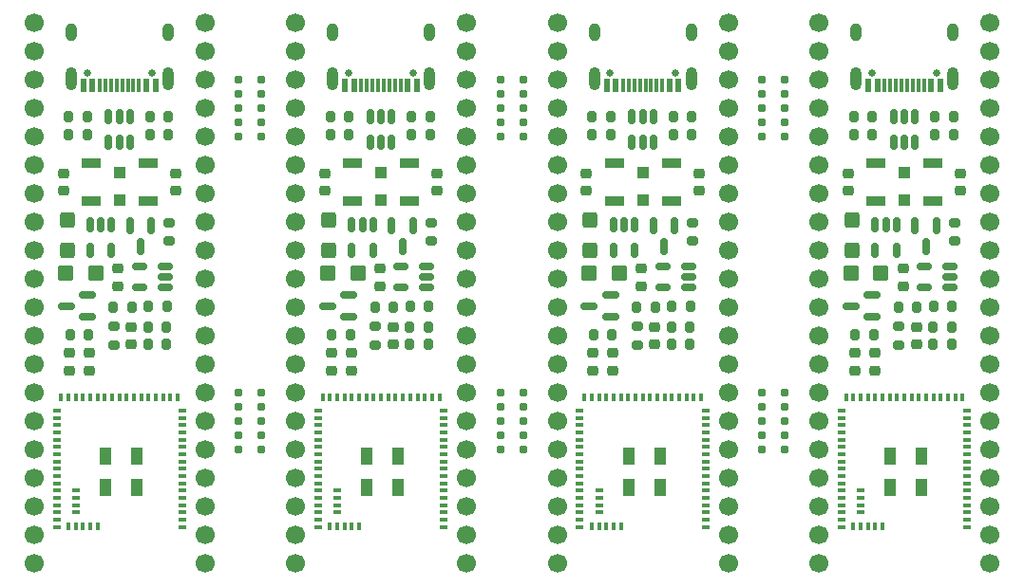
<source format=gbr>
G04 #@! TF.GenerationSoftware,KiCad,Pcbnew,(6.0.6)*
G04 #@! TF.CreationDate,2022-08-01T11:49:19+07:00*
G04 #@! TF.ProjectId,nRFpill,6e524670-696c-46c2-9e6b-696361645f70,rev?*
G04 #@! TF.SameCoordinates,Original*
G04 #@! TF.FileFunction,Soldermask,Top*
G04 #@! TF.FilePolarity,Negative*
%FSLAX46Y46*%
G04 Gerber Fmt 4.6, Leading zero omitted, Abs format (unit mm)*
G04 Created by KiCad (PCBNEW (6.0.6)) date 2022-08-01 11:49:19*
%MOMM*%
%LPD*%
G01*
G04 APERTURE LIST*
G04 Aperture macros list*
%AMRoundRect*
0 Rectangle with rounded corners*
0 $1 Rounding radius*
0 $2 $3 $4 $5 $6 $7 $8 $9 X,Y pos of 4 corners*
0 Add a 4 corners polygon primitive as box body*
4,1,4,$2,$3,$4,$5,$6,$7,$8,$9,$2,$3,0*
0 Add four circle primitives for the rounded corners*
1,1,$1+$1,$2,$3*
1,1,$1+$1,$4,$5*
1,1,$1+$1,$6,$7*
1,1,$1+$1,$8,$9*
0 Add four rect primitives between the rounded corners*
20,1,$1+$1,$2,$3,$4,$5,0*
20,1,$1+$1,$4,$5,$6,$7,0*
20,1,$1+$1,$6,$7,$8,$9,0*
20,1,$1+$1,$8,$9,$2,$3,0*%
G04 Aperture macros list end*
%ADD10C,0.787400*%
%ADD11RoundRect,0.200000X-0.200000X-0.275000X0.200000X-0.275000X0.200000X0.275000X-0.200000X0.275000X0*%
%ADD12RoundRect,0.150000X0.150000X-0.512500X0.150000X0.512500X-0.150000X0.512500X-0.150000X-0.512500X0*%
%ADD13RoundRect,0.225000X-0.250000X0.225000X-0.250000X-0.225000X0.250000X-0.225000X0.250000X0.225000X0*%
%ADD14RoundRect,0.200000X0.200000X0.275000X-0.200000X0.275000X-0.200000X-0.275000X0.200000X-0.275000X0*%
%ADD15RoundRect,0.225000X0.250000X-0.225000X0.250000X0.225000X-0.250000X0.225000X-0.250000X-0.225000X0*%
%ADD16R,1.700000X0.900000*%
%ADD17RoundRect,0.150000X-0.150000X0.587500X-0.150000X-0.587500X0.150000X-0.587500X0.150000X0.587500X0*%
%ADD18R,0.800000X0.350000*%
%ADD19R,0.350000X0.800000*%
%ADD20R,1.000000X1.500000*%
%ADD21C,1.700000*%
%ADD22RoundRect,0.200000X-0.275000X0.200000X-0.275000X-0.200000X0.275000X-0.200000X0.275000X0.200000X0*%
%ADD23RoundRect,0.218750X-0.256250X0.218750X-0.256250X-0.218750X0.256250X-0.218750X0.256250X0.218750X0*%
%ADD24RoundRect,0.150000X0.587500X0.150000X-0.587500X0.150000X-0.587500X-0.150000X0.587500X-0.150000X0*%
%ADD25RoundRect,0.250000X0.450000X0.425000X-0.450000X0.425000X-0.450000X-0.425000X0.450000X-0.425000X0*%
%ADD26RoundRect,0.250000X-0.425000X0.450000X-0.425000X-0.450000X0.425000X-0.450000X0.425000X0.450000X0*%
%ADD27R,1.000000X1.000000*%
%ADD28RoundRect,0.150000X0.512500X0.150000X-0.512500X0.150000X-0.512500X-0.150000X0.512500X-0.150000X0*%
%ADD29C,0.650000*%
%ADD30R,0.600000X1.160000*%
%ADD31R,0.300000X1.150000*%
%ADD32O,1.000000X1.600000*%
%ADD33O,1.000000X2.100000*%
%ADD34RoundRect,0.218750X0.256250X-0.218750X0.256250X0.218750X-0.256250X0.218750X-0.256250X-0.218750X0*%
%ADD35RoundRect,0.200000X0.275000X-0.200000X0.275000X0.200000X-0.275000X0.200000X-0.275000X-0.200000X0*%
%ADD36RoundRect,0.150000X-0.150000X0.512500X-0.150000X-0.512500X0.150000X-0.512500X0.150000X0.512500X0*%
G04 APERTURE END LIST*
D10*
X108084000Y-40005000D03*
X110116000Y-37465000D03*
X108084000Y-38735000D03*
X108084000Y-34925000D03*
X108084000Y-37465000D03*
X110116000Y-38735000D03*
X110116000Y-34925000D03*
X110116000Y-36195000D03*
X108084000Y-36195000D03*
X110116000Y-40005000D03*
X108084000Y-67945000D03*
X110116000Y-64135000D03*
X110116000Y-67945000D03*
X108084000Y-65405000D03*
X110116000Y-62865000D03*
X110116000Y-65405000D03*
X108084000Y-62865000D03*
X110116000Y-66675000D03*
X108084000Y-66675000D03*
X108084000Y-64135000D03*
X84764000Y-67945000D03*
X86796000Y-64135000D03*
X86796000Y-67945000D03*
X84764000Y-65405000D03*
X86796000Y-62865000D03*
X86796000Y-65405000D03*
X84764000Y-62865000D03*
X86796000Y-66675000D03*
X84764000Y-66675000D03*
X84764000Y-64135000D03*
X84764000Y-40005000D03*
X86796000Y-37465000D03*
X84764000Y-38735000D03*
X84764000Y-34925000D03*
X84764000Y-37465000D03*
X86796000Y-38735000D03*
X86796000Y-34925000D03*
X86796000Y-36195000D03*
X84764000Y-36195000D03*
X86796000Y-40005000D03*
X61444000Y-64135000D03*
X61444000Y-67945000D03*
X63476000Y-64135000D03*
X61444000Y-65405000D03*
X63476000Y-62865000D03*
X61444000Y-62865000D03*
X63476000Y-67945000D03*
X63476000Y-66675000D03*
X61444000Y-66675000D03*
X63476000Y-65405000D03*
X61444000Y-36195000D03*
X61444000Y-40005000D03*
X63476000Y-36195000D03*
X61444000Y-37465000D03*
X63476000Y-34925000D03*
X61444000Y-34925000D03*
X63476000Y-40005000D03*
X63476000Y-38735000D03*
X61444000Y-38735000D03*
X63476000Y-37465000D03*
D11*
X69612000Y-38227000D03*
X71262000Y-38227000D03*
D12*
X119810000Y-40507500D03*
X120760000Y-40507500D03*
X121710000Y-40507500D03*
X121710000Y-38232500D03*
X120760000Y-38232500D03*
X119810000Y-38232500D03*
D13*
X51866800Y-56984600D03*
X51866800Y-58534600D03*
D14*
X48069000Y-57658000D03*
X46419000Y-57658000D03*
D15*
X46355000Y-60871400D03*
X46355000Y-59321400D03*
D16*
X123300000Y-42343600D03*
X123300000Y-45743600D03*
X99980000Y-42343600D03*
X99980000Y-45743600D03*
D17*
X76975000Y-47957500D03*
X75075000Y-47957500D03*
X76025000Y-49832500D03*
D18*
X103040000Y-74855000D03*
X103040000Y-74205000D03*
X103040000Y-73555000D03*
X103040000Y-72905000D03*
X103040000Y-72255000D03*
X103040000Y-71605000D03*
X103040000Y-70955000D03*
X103040000Y-70305000D03*
X103040000Y-69655000D03*
X103040000Y-69005000D03*
X103040000Y-68355000D03*
X103040000Y-67705000D03*
X103040000Y-67055000D03*
X103040000Y-66405000D03*
X103040000Y-65755000D03*
X103040000Y-65105000D03*
X103040000Y-64455000D03*
D19*
X102640000Y-63255000D03*
X101990000Y-63255000D03*
X101340000Y-63255000D03*
X100690000Y-63255000D03*
X100040000Y-63255000D03*
X99390000Y-63255000D03*
X98740000Y-63255000D03*
X98090000Y-63255000D03*
X97440000Y-63255000D03*
X96790000Y-63255000D03*
X96140000Y-63255000D03*
X95490000Y-63255000D03*
X94840000Y-63255000D03*
X94190000Y-63255000D03*
X93540000Y-63255000D03*
X92890000Y-63255000D03*
X92240000Y-63255000D03*
D18*
X91840000Y-64455000D03*
X91840000Y-65105000D03*
X91840000Y-65755000D03*
X91840000Y-66405000D03*
X91840000Y-67055000D03*
X91840000Y-67705000D03*
X91840000Y-68355000D03*
X91840000Y-69005000D03*
X91840000Y-69655000D03*
X91840000Y-70305000D03*
X91840000Y-70955000D03*
X91840000Y-71605000D03*
X91840000Y-72255000D03*
X91840000Y-72905000D03*
X91840000Y-73555000D03*
X91840000Y-74205000D03*
X91840000Y-74855000D03*
D19*
X92890000Y-74755000D03*
X93540000Y-74755000D03*
X94190000Y-74755000D03*
X94840000Y-74755000D03*
X95490000Y-74755000D03*
D18*
X93540000Y-73555000D03*
X93540000Y-72905000D03*
X93540000Y-72255000D03*
X93540000Y-71605000D03*
D20*
X96190000Y-71355000D03*
X98990000Y-71355000D03*
X98990000Y-68505000D03*
X96190000Y-68505000D03*
D21*
X58420000Y-29845000D03*
X58420000Y-32385000D03*
X58420000Y-34925000D03*
X58420000Y-37465000D03*
X58420000Y-40005000D03*
X58420000Y-42545000D03*
X58420000Y-45085000D03*
X58420000Y-47625000D03*
X58420000Y-50165000D03*
X58420000Y-52705000D03*
X58420000Y-55245000D03*
X58420000Y-57785000D03*
X58420000Y-60325000D03*
X58420000Y-62865000D03*
X58420000Y-65405000D03*
X58420000Y-67945000D03*
X58420000Y-70485000D03*
X58420000Y-73025000D03*
X58420000Y-75565000D03*
X58420000Y-78105000D03*
D16*
X53340000Y-42343600D03*
X53340000Y-45743600D03*
D22*
X73637400Y-56934600D03*
X73637400Y-58584600D03*
D23*
X69116200Y-43256100D03*
X69116200Y-44831100D03*
D11*
X92932000Y-38227000D03*
X94582000Y-38227000D03*
X53404000Y-55168800D03*
X55054000Y-55168800D03*
D24*
X94567500Y-56068000D03*
X94567500Y-54168000D03*
X92692500Y-55118000D03*
D11*
X50254400Y-55194200D03*
X51904400Y-55194200D03*
X100171000Y-39852600D03*
X101821000Y-39852600D03*
D14*
X94582000Y-39852600D03*
X92932000Y-39852600D03*
D15*
X69675000Y-60871400D03*
X69675000Y-59321400D03*
D25*
X95361000Y-52197000D03*
X92661000Y-52197000D03*
D15*
X48133000Y-60871400D03*
X48133000Y-59321400D03*
D24*
X117887500Y-56068000D03*
X117887500Y-54168000D03*
X116012500Y-55118000D03*
D23*
X79123800Y-43256100D03*
X79123800Y-44831100D03*
D15*
X71453000Y-60871400D03*
X71453000Y-59321400D03*
D26*
X46126400Y-47418000D03*
X46126400Y-50118000D03*
D27*
X50800000Y-45700000D03*
X50800000Y-43200000D03*
D16*
X76660000Y-42343600D03*
X76660000Y-45743600D03*
D11*
X123491000Y-39852600D03*
X125141000Y-39852600D03*
D12*
X73170000Y-40507500D03*
X74120000Y-40507500D03*
X75070000Y-40507500D03*
X75070000Y-38232500D03*
X74120000Y-38232500D03*
X73170000Y-38232500D03*
X49850000Y-40507500D03*
X50800000Y-40507500D03*
X51750000Y-40507500D03*
X51750000Y-38232500D03*
X50800000Y-38232500D03*
X49850000Y-38232500D03*
D21*
X43180000Y-29845000D03*
X43180000Y-32385000D03*
X43180000Y-34925000D03*
X43180000Y-37465000D03*
X43180000Y-40005000D03*
X43180000Y-42545000D03*
X43180000Y-45085000D03*
X43180000Y-47625000D03*
X43180000Y-50165000D03*
X43180000Y-52705000D03*
X43180000Y-55245000D03*
X43180000Y-57785000D03*
X43180000Y-60325000D03*
X43180000Y-62865000D03*
X43180000Y-65405000D03*
X43180000Y-67945000D03*
X43180000Y-70485000D03*
X43180000Y-73025000D03*
X43180000Y-75565000D03*
X43180000Y-78105000D03*
X89820000Y-29845000D03*
X89820000Y-32385000D03*
X89820000Y-34925000D03*
X89820000Y-37465000D03*
X89820000Y-40005000D03*
X89820000Y-42545000D03*
X89820000Y-45085000D03*
X89820000Y-47625000D03*
X89820000Y-50165000D03*
X89820000Y-52705000D03*
X89820000Y-55245000D03*
X89820000Y-57785000D03*
X89820000Y-60325000D03*
X89820000Y-62865000D03*
X89820000Y-65405000D03*
X89820000Y-67945000D03*
X89820000Y-70485000D03*
X89820000Y-73025000D03*
X89820000Y-75565000D03*
X89820000Y-78105000D03*
D22*
X96957400Y-56934600D03*
X96957400Y-58584600D03*
D21*
X105060000Y-29845000D03*
X105060000Y-32385000D03*
X105060000Y-34925000D03*
X105060000Y-37465000D03*
X105060000Y-40005000D03*
X105060000Y-42545000D03*
X105060000Y-45085000D03*
X105060000Y-47625000D03*
X105060000Y-50165000D03*
X105060000Y-52705000D03*
X105060000Y-55245000D03*
X105060000Y-57785000D03*
X105060000Y-60325000D03*
X105060000Y-62865000D03*
X105060000Y-65405000D03*
X105060000Y-67945000D03*
X105060000Y-70485000D03*
X105060000Y-73025000D03*
X105060000Y-75565000D03*
X105060000Y-78105000D03*
D15*
X116315000Y-60871400D03*
X116315000Y-59321400D03*
D14*
X71262000Y-39852600D03*
X69612000Y-39852600D03*
D15*
X94773000Y-60871400D03*
X94773000Y-59321400D03*
D23*
X102443800Y-43256100D03*
X102443800Y-44831100D03*
D25*
X118681000Y-52197000D03*
X115981000Y-52197000D03*
D16*
X71580000Y-42343600D03*
X71580000Y-45743600D03*
X48260000Y-42343600D03*
X48260000Y-45743600D03*
D27*
X120760000Y-45700000D03*
X120760000Y-43200000D03*
D24*
X71247500Y-56068000D03*
X71247500Y-54168000D03*
X69372500Y-55118000D03*
D11*
X73574400Y-55194200D03*
X75224400Y-55194200D03*
D14*
X118029000Y-57658000D03*
X116379000Y-57658000D03*
D11*
X53531000Y-38227000D03*
X55181000Y-38227000D03*
X96894400Y-55194200D03*
X98544400Y-55194200D03*
X76851000Y-38227000D03*
X78501000Y-38227000D03*
D16*
X118220000Y-42343600D03*
X118220000Y-45743600D03*
D21*
X113140000Y-29845000D03*
X113140000Y-32385000D03*
X113140000Y-34925000D03*
X113140000Y-37465000D03*
X113140000Y-40005000D03*
X113140000Y-42545000D03*
X113140000Y-45085000D03*
X113140000Y-47625000D03*
X113140000Y-50165000D03*
X113140000Y-52705000D03*
X113140000Y-55245000D03*
X113140000Y-57785000D03*
X113140000Y-60325000D03*
X113140000Y-62865000D03*
X113140000Y-65405000D03*
X113140000Y-67945000D03*
X113140000Y-70485000D03*
X113140000Y-73025000D03*
X113140000Y-75565000D03*
X113140000Y-78105000D03*
D14*
X78323200Y-58547000D03*
X76673200Y-58547000D03*
D28*
X78178500Y-53462000D03*
X78178500Y-52512000D03*
X78178500Y-51562000D03*
X75903500Y-51562000D03*
X75903500Y-53462000D03*
D29*
X123650000Y-34355000D03*
X117870000Y-34355000D03*
D30*
X123960000Y-35428400D03*
X123160000Y-35428400D03*
D31*
X122010000Y-35420000D03*
X121010000Y-35420000D03*
X120510000Y-35420000D03*
X119510000Y-35420000D03*
D30*
X118360000Y-35428400D03*
X117560000Y-35428400D03*
X117560000Y-35428400D03*
X118360000Y-35428400D03*
D31*
X119010000Y-35420000D03*
X120010000Y-35420000D03*
X121510000Y-35420000D03*
X122510000Y-35420000D03*
D30*
X123160000Y-35428400D03*
X123960000Y-35428400D03*
D32*
X116440000Y-30675000D03*
D33*
X125080000Y-34855000D03*
D32*
X125080000Y-30675000D03*
D33*
X116440000Y-34855000D03*
D34*
X120633000Y-53365500D03*
X120633000Y-51790500D03*
D14*
X94709000Y-57658000D03*
X93059000Y-57658000D03*
X101643200Y-56997600D03*
X99993200Y-56997600D03*
D11*
X46292000Y-38227000D03*
X47942000Y-38227000D03*
D23*
X45796200Y-43256100D03*
X45796200Y-44831100D03*
D22*
X120277400Y-56934600D03*
X120277400Y-58584600D03*
D14*
X78323200Y-56997600D03*
X76673200Y-56997600D03*
D23*
X115756200Y-43256100D03*
X115756200Y-44831100D03*
D11*
X116252000Y-38227000D03*
X117902000Y-38227000D03*
D35*
X101885000Y-49339000D03*
X101885000Y-47689000D03*
D21*
X128380000Y-29845000D03*
X128380000Y-32385000D03*
X128380000Y-34925000D03*
X128380000Y-37465000D03*
X128380000Y-40005000D03*
X128380000Y-42545000D03*
X128380000Y-45085000D03*
X128380000Y-47625000D03*
X128380000Y-50165000D03*
X128380000Y-52705000D03*
X128380000Y-55245000D03*
X128380000Y-57785000D03*
X128380000Y-60325000D03*
X128380000Y-62865000D03*
X128380000Y-65405000D03*
X128380000Y-67945000D03*
X128380000Y-70485000D03*
X128380000Y-73025000D03*
X128380000Y-75565000D03*
X128380000Y-78105000D03*
D15*
X92995000Y-60871400D03*
X92995000Y-59321400D03*
D29*
X53690000Y-34355000D03*
X47910000Y-34355000D03*
D30*
X54000000Y-35428400D03*
X53200000Y-35428400D03*
D31*
X52050000Y-35420000D03*
X51050000Y-35420000D03*
X50550000Y-35420000D03*
X49550000Y-35420000D03*
D30*
X48400000Y-35428400D03*
X47600000Y-35428400D03*
X47600000Y-35428400D03*
X48400000Y-35428400D03*
D31*
X49050000Y-35420000D03*
X50050000Y-35420000D03*
X51550000Y-35420000D03*
X52550000Y-35420000D03*
D30*
X53200000Y-35428400D03*
X54000000Y-35428400D03*
D32*
X55120000Y-30675000D03*
X46480000Y-30675000D03*
D33*
X46480000Y-34855000D03*
X55120000Y-34855000D03*
D35*
X125205000Y-49339000D03*
X125205000Y-47689000D03*
D12*
X96490000Y-40507500D03*
X97440000Y-40507500D03*
X98390000Y-40507500D03*
X98390000Y-38232500D03*
X97440000Y-38232500D03*
X96490000Y-38232500D03*
D11*
X76724000Y-55168800D03*
X78374000Y-55168800D03*
D26*
X92766400Y-47418000D03*
X92766400Y-50118000D03*
D11*
X76851000Y-39852600D03*
X78501000Y-39852600D03*
D23*
X92436200Y-43256100D03*
X92436200Y-44831100D03*
D34*
X73993000Y-53365500D03*
X73993000Y-51790500D03*
D28*
X124818500Y-53462000D03*
X124818500Y-52512000D03*
X124818500Y-51562000D03*
X122543500Y-51562000D03*
X122543500Y-53462000D03*
D36*
X120059000Y-47884500D03*
X119109000Y-47884500D03*
X118159000Y-47884500D03*
X118159000Y-50159500D03*
X120059000Y-50159500D03*
D27*
X74120000Y-45700000D03*
X74120000Y-43200000D03*
D14*
X124963200Y-56997600D03*
X123313200Y-56997600D03*
D36*
X50099000Y-47884500D03*
X49149000Y-47884500D03*
X48199000Y-47884500D03*
X48199000Y-50159500D03*
X50099000Y-50159500D03*
D24*
X47927500Y-56068000D03*
X47927500Y-54168000D03*
X46052500Y-55118000D03*
D35*
X78565000Y-49339000D03*
X78565000Y-47689000D03*
D16*
X94900000Y-42343600D03*
X94900000Y-45743600D03*
D28*
X101498500Y-53462000D03*
X101498500Y-52512000D03*
X101498500Y-51562000D03*
X99223500Y-51562000D03*
X99223500Y-53462000D03*
D35*
X55245000Y-49339000D03*
X55245000Y-47689000D03*
D17*
X53655000Y-47957500D03*
X51755000Y-47957500D03*
X52705000Y-49832500D03*
D11*
X123491000Y-38227000D03*
X125141000Y-38227000D03*
D14*
X124963200Y-58547000D03*
X123313200Y-58547000D03*
D13*
X98506800Y-56984600D03*
X98506800Y-58534600D03*
D22*
X50317400Y-56934600D03*
X50317400Y-58584600D03*
D17*
X123615000Y-47957500D03*
X121715000Y-47957500D03*
X122665000Y-49832500D03*
D11*
X120214400Y-55194200D03*
X121864400Y-55194200D03*
D27*
X97440000Y-45700000D03*
X97440000Y-43200000D03*
D29*
X77010000Y-34355000D03*
X71230000Y-34355000D03*
D30*
X77320000Y-35428400D03*
X76520000Y-35428400D03*
D31*
X75370000Y-35420000D03*
X74370000Y-35420000D03*
X73870000Y-35420000D03*
X72870000Y-35420000D03*
D30*
X71720000Y-35428400D03*
X70920000Y-35428400D03*
X70920000Y-35428400D03*
X71720000Y-35428400D03*
D31*
X72370000Y-35420000D03*
X73370000Y-35420000D03*
X74870000Y-35420000D03*
X75870000Y-35420000D03*
D30*
X76520000Y-35428400D03*
X77320000Y-35428400D03*
D32*
X69800000Y-30675000D03*
D33*
X78440000Y-34855000D03*
D32*
X78440000Y-30675000D03*
D33*
X69800000Y-34855000D03*
D18*
X126360000Y-74855000D03*
X126360000Y-74205000D03*
X126360000Y-73555000D03*
X126360000Y-72905000D03*
X126360000Y-72255000D03*
X126360000Y-71605000D03*
X126360000Y-70955000D03*
X126360000Y-70305000D03*
X126360000Y-69655000D03*
X126360000Y-69005000D03*
X126360000Y-68355000D03*
X126360000Y-67705000D03*
X126360000Y-67055000D03*
X126360000Y-66405000D03*
X126360000Y-65755000D03*
X126360000Y-65105000D03*
X126360000Y-64455000D03*
D19*
X125960000Y-63255000D03*
X125310000Y-63255000D03*
X124660000Y-63255000D03*
X124010000Y-63255000D03*
X123360000Y-63255000D03*
X122710000Y-63255000D03*
X122060000Y-63255000D03*
X121410000Y-63255000D03*
X120760000Y-63255000D03*
X120110000Y-63255000D03*
X119460000Y-63255000D03*
X118810000Y-63255000D03*
X118160000Y-63255000D03*
X117510000Y-63255000D03*
X116860000Y-63255000D03*
X116210000Y-63255000D03*
X115560000Y-63255000D03*
D18*
X115160000Y-64455000D03*
X115160000Y-65105000D03*
X115160000Y-65755000D03*
X115160000Y-66405000D03*
X115160000Y-67055000D03*
X115160000Y-67705000D03*
X115160000Y-68355000D03*
X115160000Y-69005000D03*
X115160000Y-69655000D03*
X115160000Y-70305000D03*
X115160000Y-70955000D03*
X115160000Y-71605000D03*
X115160000Y-72255000D03*
X115160000Y-72905000D03*
X115160000Y-73555000D03*
X115160000Y-74205000D03*
X115160000Y-74855000D03*
D19*
X116210000Y-74755000D03*
X116860000Y-74755000D03*
X117510000Y-74755000D03*
X118160000Y-74755000D03*
X118810000Y-74755000D03*
D18*
X116860000Y-73555000D03*
X116860000Y-72905000D03*
X116860000Y-72255000D03*
X116860000Y-71605000D03*
D20*
X119510000Y-71355000D03*
X122310000Y-71355000D03*
X122310000Y-68505000D03*
X119510000Y-68505000D03*
D25*
X48721000Y-52197000D03*
X46021000Y-52197000D03*
D21*
X66500000Y-29845000D03*
X66500000Y-32385000D03*
X66500000Y-34925000D03*
X66500000Y-37465000D03*
X66500000Y-40005000D03*
X66500000Y-42545000D03*
X66500000Y-45085000D03*
X66500000Y-47625000D03*
X66500000Y-50165000D03*
X66500000Y-52705000D03*
X66500000Y-55245000D03*
X66500000Y-57785000D03*
X66500000Y-60325000D03*
X66500000Y-62865000D03*
X66500000Y-65405000D03*
X66500000Y-67945000D03*
X66500000Y-70485000D03*
X66500000Y-73025000D03*
X66500000Y-75565000D03*
X66500000Y-78105000D03*
D18*
X79720000Y-74855000D03*
X79720000Y-74205000D03*
X79720000Y-73555000D03*
X79720000Y-72905000D03*
X79720000Y-72255000D03*
X79720000Y-71605000D03*
X79720000Y-70955000D03*
X79720000Y-70305000D03*
X79720000Y-69655000D03*
X79720000Y-69005000D03*
X79720000Y-68355000D03*
X79720000Y-67705000D03*
X79720000Y-67055000D03*
X79720000Y-66405000D03*
X79720000Y-65755000D03*
X79720000Y-65105000D03*
X79720000Y-64455000D03*
D19*
X79320000Y-63255000D03*
X78670000Y-63255000D03*
X78020000Y-63255000D03*
X77370000Y-63255000D03*
X76720000Y-63255000D03*
X76070000Y-63255000D03*
X75420000Y-63255000D03*
X74770000Y-63255000D03*
X74120000Y-63255000D03*
X73470000Y-63255000D03*
X72820000Y-63255000D03*
X72170000Y-63255000D03*
X71520000Y-63255000D03*
X70870000Y-63255000D03*
X70220000Y-63255000D03*
X69570000Y-63255000D03*
X68920000Y-63255000D03*
D18*
X68520000Y-64455000D03*
X68520000Y-65105000D03*
X68520000Y-65755000D03*
X68520000Y-66405000D03*
X68520000Y-67055000D03*
X68520000Y-67705000D03*
X68520000Y-68355000D03*
X68520000Y-69005000D03*
X68520000Y-69655000D03*
X68520000Y-70305000D03*
X68520000Y-70955000D03*
X68520000Y-71605000D03*
X68520000Y-72255000D03*
X68520000Y-72905000D03*
X68520000Y-73555000D03*
X68520000Y-74205000D03*
X68520000Y-74855000D03*
D19*
X69570000Y-74755000D03*
X70220000Y-74755000D03*
X70870000Y-74755000D03*
X71520000Y-74755000D03*
X72170000Y-74755000D03*
D18*
X70220000Y-73555000D03*
X70220000Y-72905000D03*
X70220000Y-72255000D03*
X70220000Y-71605000D03*
D20*
X72870000Y-71355000D03*
X75670000Y-71355000D03*
X75670000Y-68505000D03*
X72870000Y-68505000D03*
D14*
X71389000Y-57658000D03*
X69739000Y-57658000D03*
D23*
X125763800Y-43256100D03*
X125763800Y-44831100D03*
D14*
X55003200Y-58547000D03*
X53353200Y-58547000D03*
D34*
X97313000Y-53365500D03*
X97313000Y-51790500D03*
D18*
X56400000Y-74855000D03*
X56400000Y-74205000D03*
X56400000Y-73555000D03*
X56400000Y-72905000D03*
X56400000Y-72255000D03*
X56400000Y-71605000D03*
X56400000Y-70955000D03*
X56400000Y-70305000D03*
X56400000Y-69655000D03*
X56400000Y-69005000D03*
X56400000Y-68355000D03*
X56400000Y-67705000D03*
X56400000Y-67055000D03*
X56400000Y-66405000D03*
X56400000Y-65755000D03*
X56400000Y-65105000D03*
X56400000Y-64455000D03*
D19*
X56000000Y-63255000D03*
X55350000Y-63255000D03*
X54700000Y-63255000D03*
X54050000Y-63255000D03*
X53400000Y-63255000D03*
X52750000Y-63255000D03*
X52100000Y-63255000D03*
X51450000Y-63255000D03*
X50800000Y-63255000D03*
X50150000Y-63255000D03*
X49500000Y-63255000D03*
X48850000Y-63255000D03*
X48200000Y-63255000D03*
X47550000Y-63255000D03*
X46900000Y-63255000D03*
X46250000Y-63255000D03*
X45600000Y-63255000D03*
D18*
X45200000Y-64455000D03*
X45200000Y-65105000D03*
X45200000Y-65755000D03*
X45200000Y-66405000D03*
X45200000Y-67055000D03*
X45200000Y-67705000D03*
X45200000Y-68355000D03*
X45200000Y-69005000D03*
X45200000Y-69655000D03*
X45200000Y-70305000D03*
X45200000Y-70955000D03*
X45200000Y-71605000D03*
X45200000Y-72255000D03*
X45200000Y-72905000D03*
X45200000Y-73555000D03*
X45200000Y-74205000D03*
X45200000Y-74855000D03*
D19*
X46250000Y-74755000D03*
X46900000Y-74755000D03*
X47550000Y-74755000D03*
X48200000Y-74755000D03*
X48850000Y-74755000D03*
D18*
X46900000Y-73555000D03*
X46900000Y-72905000D03*
X46900000Y-72255000D03*
X46900000Y-71605000D03*
D20*
X49550000Y-71355000D03*
X52350000Y-71355000D03*
X52350000Y-68505000D03*
X49550000Y-68505000D03*
D14*
X47942000Y-39852600D03*
X46292000Y-39852600D03*
D11*
X123364000Y-55168800D03*
X125014000Y-55168800D03*
X100044000Y-55168800D03*
X101694000Y-55168800D03*
D13*
X121826800Y-56984600D03*
X121826800Y-58534600D03*
D26*
X116086400Y-47418000D03*
X116086400Y-50118000D03*
D34*
X50673000Y-53365500D03*
X50673000Y-51790500D03*
D28*
X54858500Y-53462000D03*
X54858500Y-52512000D03*
X54858500Y-51562000D03*
X52583500Y-51562000D03*
X52583500Y-53462000D03*
D29*
X94550000Y-34355000D03*
X100330000Y-34355000D03*
D30*
X100640000Y-35428400D03*
X99840000Y-35428400D03*
D31*
X98690000Y-35420000D03*
X97690000Y-35420000D03*
X97190000Y-35420000D03*
X96190000Y-35420000D03*
D30*
X95040000Y-35428400D03*
X94240000Y-35428400D03*
X94240000Y-35428400D03*
X95040000Y-35428400D03*
D31*
X95690000Y-35420000D03*
X96690000Y-35420000D03*
X98190000Y-35420000D03*
X99190000Y-35420000D03*
D30*
X99840000Y-35428400D03*
X100640000Y-35428400D03*
D33*
X93120000Y-34855000D03*
X101760000Y-34855000D03*
D32*
X101760000Y-30675000D03*
X93120000Y-30675000D03*
D36*
X96739000Y-47884500D03*
X95789000Y-47884500D03*
X94839000Y-47884500D03*
X94839000Y-50159500D03*
X96739000Y-50159500D03*
D11*
X53531000Y-39852600D03*
X55181000Y-39852600D03*
D36*
X73419000Y-47884500D03*
X72469000Y-47884500D03*
X71519000Y-47884500D03*
X71519000Y-50159500D03*
X73419000Y-50159500D03*
D17*
X100295000Y-47957500D03*
X98395000Y-47957500D03*
X99345000Y-49832500D03*
D23*
X55803800Y-43256100D03*
X55803800Y-44831100D03*
D25*
X72041000Y-52197000D03*
X69341000Y-52197000D03*
D14*
X101643200Y-58547000D03*
X99993200Y-58547000D03*
X55003200Y-56997600D03*
X53353200Y-56997600D03*
D11*
X100171000Y-38227000D03*
X101821000Y-38227000D03*
D21*
X81740000Y-29845000D03*
X81740000Y-32385000D03*
X81740000Y-34925000D03*
X81740000Y-37465000D03*
X81740000Y-40005000D03*
X81740000Y-42545000D03*
X81740000Y-45085000D03*
X81740000Y-47625000D03*
X81740000Y-50165000D03*
X81740000Y-52705000D03*
X81740000Y-55245000D03*
X81740000Y-57785000D03*
X81740000Y-60325000D03*
X81740000Y-62865000D03*
X81740000Y-65405000D03*
X81740000Y-67945000D03*
X81740000Y-70485000D03*
X81740000Y-73025000D03*
X81740000Y-75565000D03*
X81740000Y-78105000D03*
D15*
X118093000Y-60871400D03*
X118093000Y-59321400D03*
D14*
X117902000Y-39852600D03*
X116252000Y-39852600D03*
D26*
X69446400Y-47418000D03*
X69446400Y-50118000D03*
D13*
X75186800Y-56984600D03*
X75186800Y-58534600D03*
M02*

</source>
